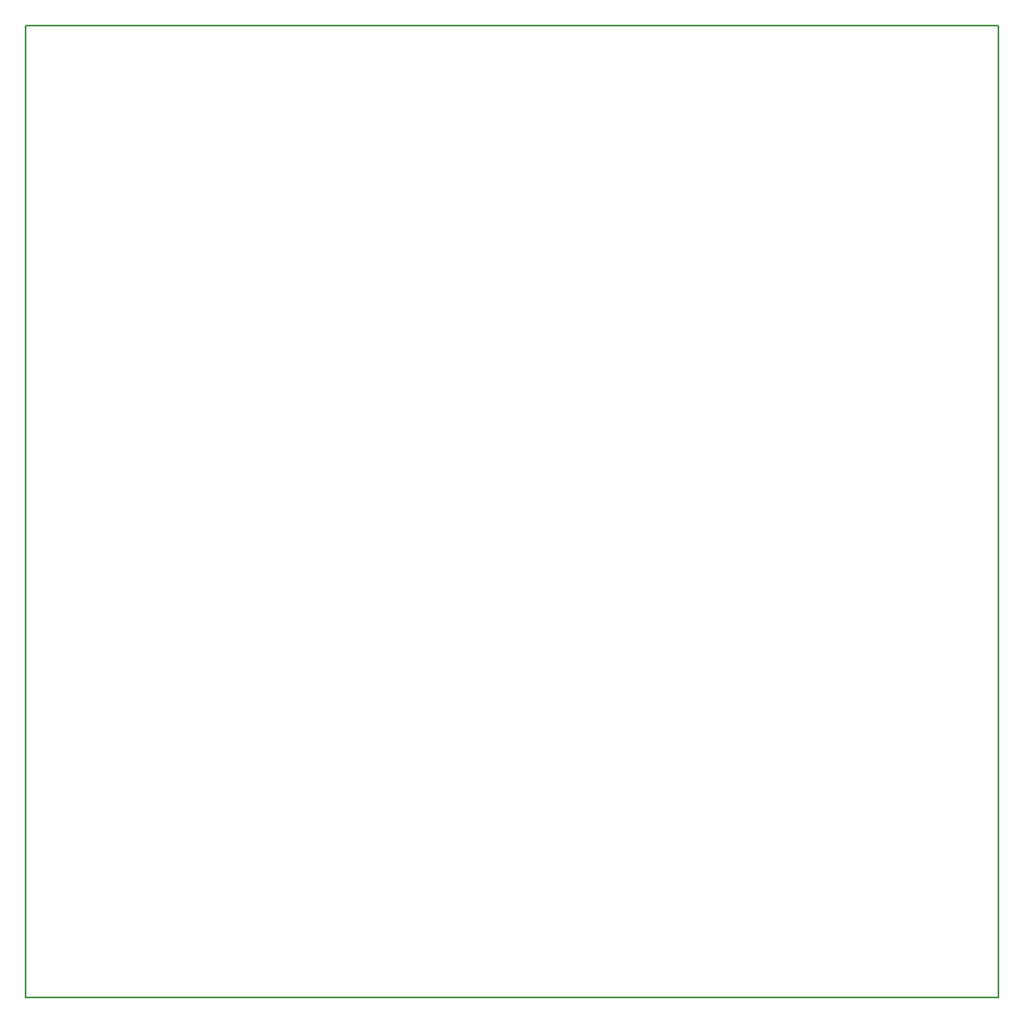
<source format=gko>
G04 Layer_Color=16711935*
%FSLAX25Y25*%
%MOIN*%
G70*
G01*
G75*
%ADD45C,0.00787*%
D45*
X385700Y-7500D02*
Y385400D01*
X-7500Y-7500D02*
X385700D01*
X-7400Y385400D02*
X385700D01*
X-7500Y357800D02*
X-7400Y357900D01*
X-7500Y-7500D02*
Y385300D01*
M02*

</source>
